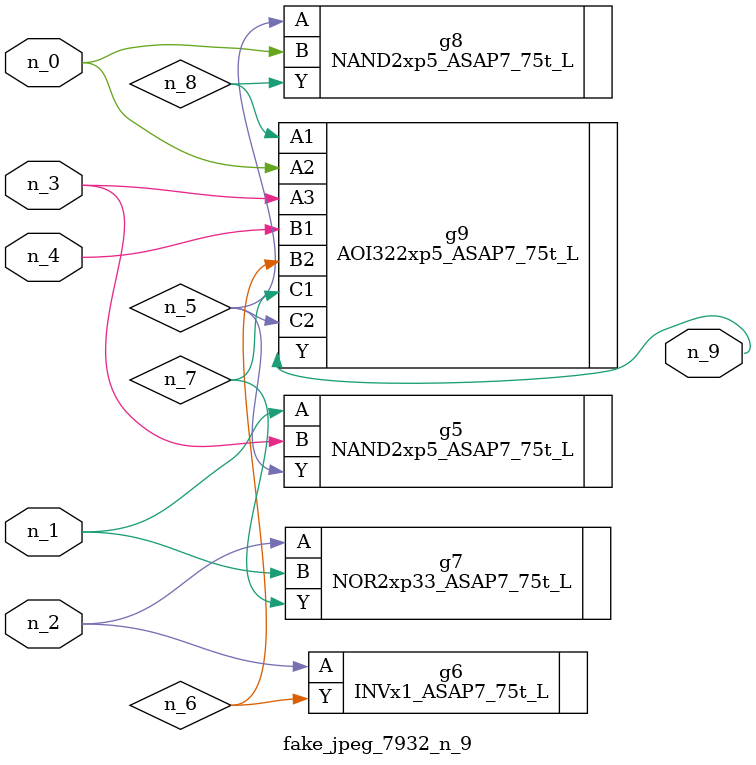
<source format=v>
module fake_jpeg_7932_n_9 (n_3, n_2, n_1, n_0, n_4, n_9);

input n_3;
input n_2;
input n_1;
input n_0;
input n_4;

output n_9;

wire n_8;
wire n_6;
wire n_5;
wire n_7;

NAND2xp5_ASAP7_75t_L g5 ( 
.A(n_1),
.B(n_3),
.Y(n_5)
);

INVx1_ASAP7_75t_L g6 ( 
.A(n_2),
.Y(n_6)
);

NOR2xp33_ASAP7_75t_L g7 ( 
.A(n_2),
.B(n_1),
.Y(n_7)
);

NAND2xp5_ASAP7_75t_L g8 ( 
.A(n_5),
.B(n_0),
.Y(n_8)
);

AOI322xp5_ASAP7_75t_L g9 ( 
.A1(n_8),
.A2(n_0),
.A3(n_3),
.B1(n_4),
.B2(n_6),
.C1(n_7),
.C2(n_5),
.Y(n_9)
);


endmodule
</source>
